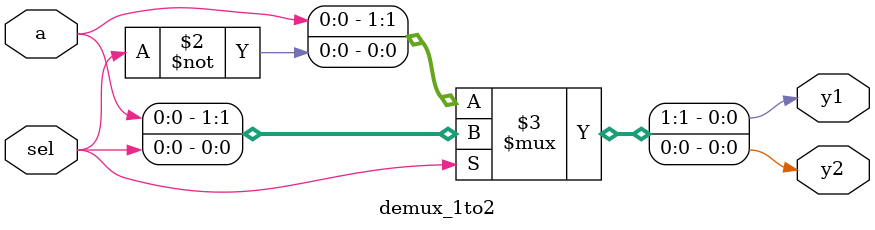
<source format=v>
`timescale 1ns / 1ps


module demux_1to2(a,y1,y2,sel);
input a,sel;
output reg y1,y2=0;


always @(sel or a)
begin
{y1,y2} = sel?{a,sel}:{a,~sel};
/*case (sel)
1'b0: y1 = a;
1'b1: y2 = a;
endcase*/
/*y1 = ~sel&a;
y2 = sel&a;*/

end

endmodule

</source>
